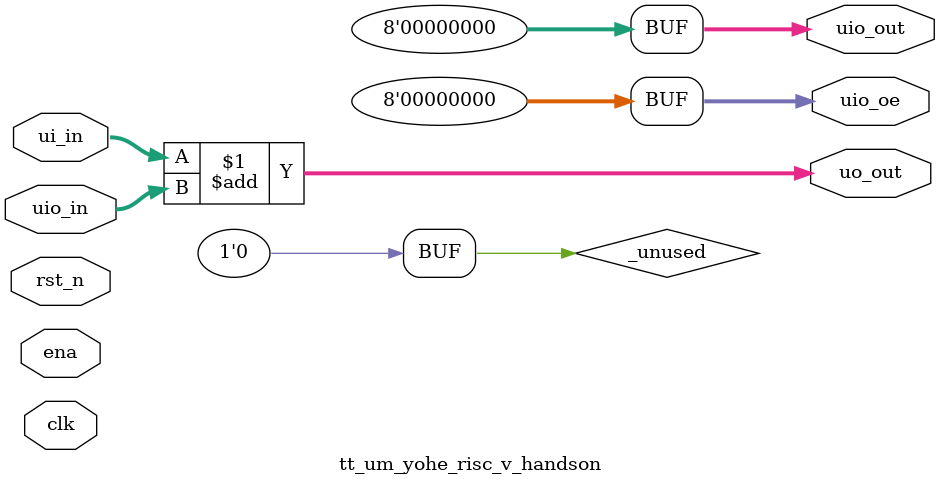
<source format=v>
/*
 * Copyright (c) 2024 Your Name
 * SPDX-License-Identifier: Apache-2.0
 */

`default_nettype none

module tt_um_yohe_risc_v_handson (
    input  wire [7:0] ui_in,    // Dedicated inputs
    output wire [7:0] uo_out,   // Dedicated outputs
    input  wire [7:0] uio_in,   // IOs: Input path
    output wire [7:0] uio_out,  // IOs: Output path
    output wire [7:0] uio_oe,   // IOs: Enable path (active high: 0=input, 1=output)
    input  wire       ena,      // always 1 when the design is powered, so you can ignore it
    input  wire       clk,      // clock
    input  wire       rst_n     // reset_n - low to reset
);

  // All output pins must be assigned. If not used, assign to 0.
  assign uo_out  = ui_in + uio_in;  // Example: ou_out is the sum of ui_in and uio_in
  assign uio_out = 0;
  assign uio_oe  = 0;

  // List all unused inputs to prevent warnings
  wire _unused = &{ena, clk, rst_n, 1'b0};

endmodule

</source>
